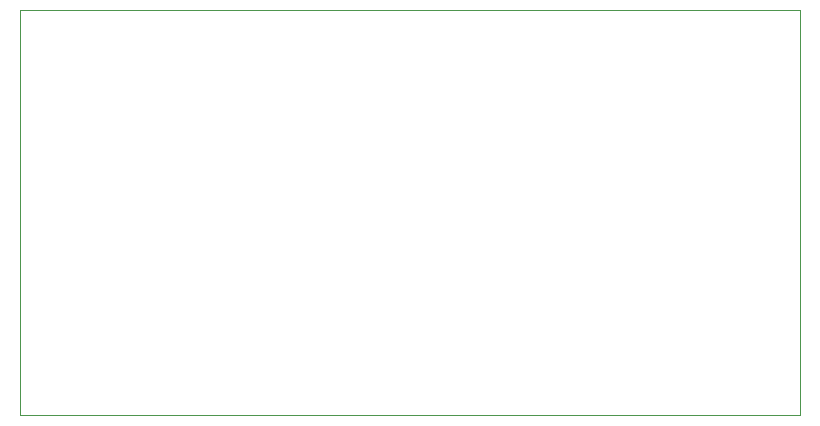
<source format=gbr>
G04 #@! TF.GenerationSoftware,KiCad,Pcbnew,(5.1.4)-1*
G04 #@! TF.CreationDate,2021-09-27T23:37:41-07:00*
G04 #@! TF.ProjectId,IntroProj,496e7472-6f50-4726-9f6a-2e6b69636164,rev?*
G04 #@! TF.SameCoordinates,Original*
G04 #@! TF.FileFunction,Profile,NP*
%FSLAX46Y46*%
G04 Gerber Fmt 4.6, Leading zero omitted, Abs format (unit mm)*
G04 Created by KiCad (PCBNEW (5.1.4)-1) date 2021-09-27 23:37:41*
%MOMM*%
%LPD*%
G04 APERTURE LIST*
%ADD10C,0.100000*%
G04 APERTURE END LIST*
D10*
X127000000Y-63500000D02*
X127000000Y-53340000D01*
X127000000Y-82550000D02*
X127000000Y-63500000D01*
X127000000Y-87630000D02*
X127000000Y-82550000D01*
X193040000Y-87630000D02*
X127000000Y-87630000D01*
X193040000Y-53340000D02*
X193040000Y-87630000D01*
X127000000Y-53340000D02*
X193040000Y-53340000D01*
M02*

</source>
